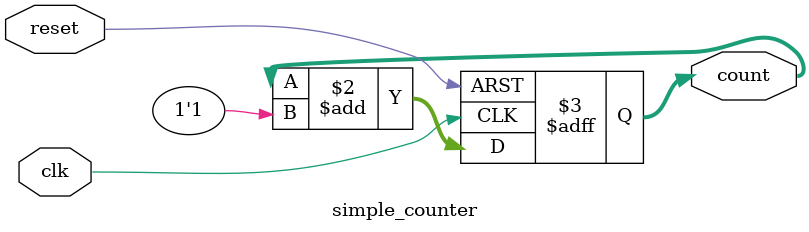
<source format=sv>
module simple_counter(
    input logic clk,
    input logic reset,
    output logic [3:0] count
);
    always_ff @(posedge clk or posedge reset) begin
        if (reset)
            count <= 4'b0000;
        else
            count <= count + 1'b1;
    end
endmodule

</source>
